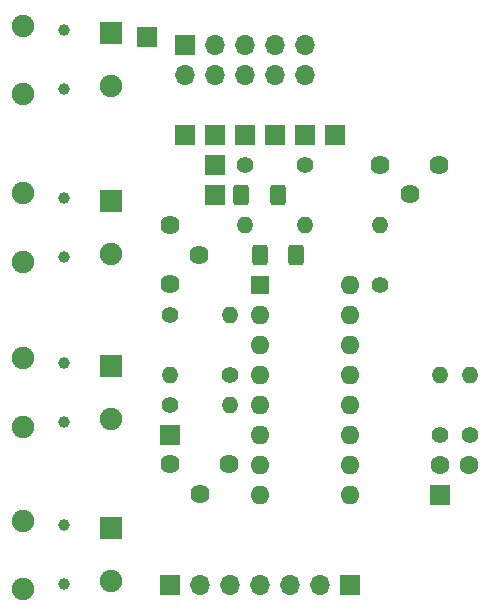
<source format=gbr>
%TF.GenerationSoftware,KiCad,Pcbnew,(6.0.5)*%
%TF.CreationDate,2023-05-17T00:23:09-04:00*%
%TF.ProjectId,as3340_no_mux,61733333-3430-45f6-9e6f-5f6d75782e6b,rev?*%
%TF.SameCoordinates,Original*%
%TF.FileFunction,Soldermask,Bot*%
%TF.FilePolarity,Negative*%
%FSLAX46Y46*%
G04 Gerber Fmt 4.6, Leading zero omitted, Abs format (unit mm)*
G04 Created by KiCad (PCBNEW (6.0.5)) date 2023-05-17 00:23:09*
%MOMM*%
%LPD*%
G01*
G04 APERTURE LIST*
G04 Aperture macros list*
%AMRoundRect*
0 Rectangle with rounded corners*
0 $1 Rounding radius*
0 $2 $3 $4 $5 $6 $7 $8 $9 X,Y pos of 4 corners*
0 Add a 4 corners polygon primitive as box body*
4,1,4,$2,$3,$4,$5,$6,$7,$8,$9,$2,$3,0*
0 Add four circle primitives for the rounded corners*
1,1,$1+$1,$2,$3*
1,1,$1+$1,$4,$5*
1,1,$1+$1,$6,$7*
1,1,$1+$1,$8,$9*
0 Add four rect primitives between the rounded corners*
20,1,$1+$1,$2,$3,$4,$5,0*
20,1,$1+$1,$4,$5,$6,$7,0*
20,1,$1+$1,$6,$7,$8,$9,0*
20,1,$1+$1,$8,$9,$2,$3,0*%
G04 Aperture macros list end*
%ADD10C,1.400000*%
%ADD11O,1.400000X1.400000*%
%ADD12C,1.620000*%
%ADD13R,1.700000X1.700000*%
%ADD14C,1.000000*%
%ADD15R,1.900000X1.900000*%
%ADD16C,1.900000*%
%ADD17O,1.700000X1.700000*%
%ADD18C,1.600000*%
%ADD19R,1.600000X1.600000*%
%ADD20O,1.600000X1.600000*%
%ADD21RoundRect,0.250000X-0.400000X-0.625000X0.400000X-0.625000X0.400000X0.625000X-0.400000X0.625000X0*%
%ADD22RoundRect,0.250000X0.400000X0.625000X-0.400000X0.625000X-0.400000X-0.625000X0.400000X-0.625000X0*%
G04 APERTURE END LIST*
D10*
%TO.C,R40*%
X49530000Y-137160000D03*
D11*
X54610000Y-137160000D03*
%TD*%
D12*
%TO.C,RV5*%
X54570000Y-142185000D03*
X52070000Y-144685000D03*
X49570000Y-142185000D03*
%TD*%
D13*
%TO.C,J21*%
X63500000Y-114300000D03*
%TD*%
%TO.C,J18*%
X53340000Y-114300000D03*
%TD*%
%TO.C,J20*%
X60960000Y-114300000D03*
%TD*%
%TO.C,J16*%
X50800000Y-114300000D03*
%TD*%
%TO.C,J19*%
X58420000Y-114300000D03*
%TD*%
D10*
%TO.C,R48*%
X54610000Y-134620000D03*
D11*
X49530000Y-134620000D03*
%TD*%
D14*
%TO.C,J4*%
X40600000Y-147360000D03*
X40600000Y-152360000D03*
D15*
X44600000Y-147610000D03*
D16*
X44600000Y-152110000D03*
X37100000Y-152760000D03*
X37100000Y-146960000D03*
%TD*%
D14*
%TO.C,J1*%
X40600000Y-110450000D03*
X40600000Y-105450000D03*
D15*
X44600000Y-105700000D03*
D16*
X44600000Y-110200000D03*
X37100000Y-105050000D03*
X37100000Y-110850000D03*
%TD*%
D13*
%TO.C,J10*%
X72390000Y-144780000D03*
%TD*%
%TO.C,J9*%
X49530000Y-139700000D03*
%TD*%
D10*
%TO.C,R19*%
X60960000Y-116840000D03*
D11*
X60960000Y-121920000D03*
%TD*%
D13*
%TO.C,J25*%
X47625000Y-106045000D03*
%TD*%
%TO.C,J3*%
X53340000Y-116840000D03*
%TD*%
D12*
%TO.C,RV7*%
X72350000Y-116840000D03*
X69850000Y-119340000D03*
X67350000Y-116840000D03*
%TD*%
D13*
%TO.C,J22*%
X64770000Y-152400000D03*
D17*
X62230000Y-152400000D03*
X59690000Y-152400000D03*
X57150000Y-152400000D03*
X54610000Y-152400000D03*
X52070000Y-152400000D03*
%TD*%
D10*
%TO.C,R17*%
X67310000Y-127000000D03*
D11*
X67310000Y-121920000D03*
%TD*%
D13*
%TO.C,J27*%
X49530000Y-152400000D03*
%TD*%
D10*
%TO.C,R8*%
X55880000Y-116840000D03*
D11*
X55880000Y-121920000D03*
%TD*%
D18*
%TO.C,C1*%
X72410000Y-142240000D03*
X74910000Y-142240000D03*
%TD*%
D10*
%TO.C,R10*%
X74930000Y-139700000D03*
D11*
X74930000Y-134620000D03*
%TD*%
D14*
%TO.C,J2*%
X40600000Y-124650479D03*
X40600000Y-119650479D03*
D15*
X44600000Y-119900479D03*
D16*
X44600000Y-124400479D03*
X37100000Y-119250479D03*
X37100000Y-125050479D03*
%TD*%
D12*
%TO.C,RV9*%
X49530000Y-121960000D03*
X52030000Y-124460000D03*
X49530000Y-126960000D03*
%TD*%
D13*
%TO.C,J17*%
X55880000Y-114300000D03*
%TD*%
D19*
%TO.C,U2*%
X57160000Y-127015000D03*
D20*
X57160000Y-129555000D03*
X57160000Y-132095000D03*
X57160000Y-134635000D03*
X57160000Y-137175000D03*
X57160000Y-139715000D03*
X57160000Y-142255000D03*
X57160000Y-144795000D03*
X64780000Y-144795000D03*
X64780000Y-142255000D03*
X64780000Y-139715000D03*
X64780000Y-137175000D03*
X64780000Y-134635000D03*
X64780000Y-132095000D03*
X64780000Y-129555000D03*
X64780000Y-127015000D03*
%TD*%
D10*
%TO.C,R11*%
X72390000Y-139700000D03*
D11*
X72390000Y-134620000D03*
%TD*%
D13*
%TO.C,J6*%
X53340000Y-119380000D03*
%TD*%
D14*
%TO.C,J5*%
X40600000Y-133620479D03*
X40600000Y-138620479D03*
D15*
X44600000Y-133870479D03*
D16*
X44600000Y-138370479D03*
X37100000Y-133220479D03*
X37100000Y-139020479D03*
%TD*%
D10*
%TO.C,R39*%
X49530000Y-129540000D03*
D11*
X54610000Y-129540000D03*
%TD*%
D21*
%TO.C,R20*%
X55600000Y-119380000D03*
X58700000Y-119380000D03*
%TD*%
D22*
%TO.C,R24*%
X60250000Y-124460000D03*
X57150000Y-124460000D03*
%TD*%
D13*
%TO.C,J11*%
X50800000Y-106680000D03*
D17*
X50800000Y-109220000D03*
X53340000Y-106680000D03*
X53340000Y-109220000D03*
X55880000Y-106680000D03*
X55880000Y-109220000D03*
X58420000Y-106680000D03*
X58420000Y-109220000D03*
X60960000Y-106680000D03*
X60960000Y-109220000D03*
%TD*%
M02*

</source>
